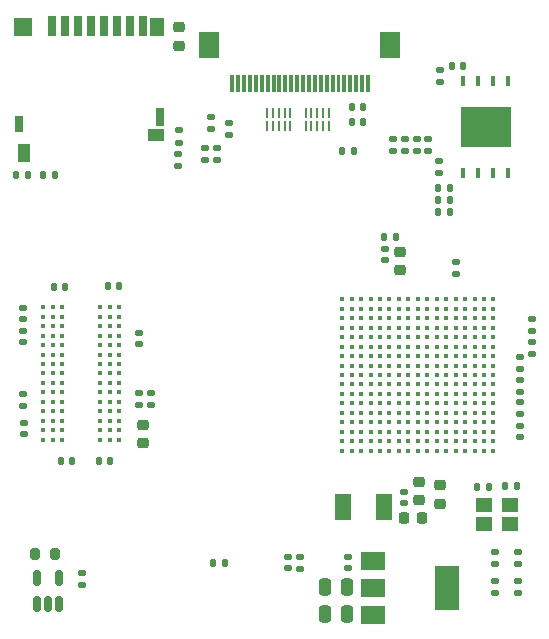
<source format=gbr>
%TF.GenerationSoftware,KiCad,Pcbnew,(7.0.0)*%
%TF.CreationDate,2023-03-20T12:13:36+05:30*%
%TF.ProjectId,IMRT1160_DB,494d5254-3131-4363-905f-44422e6b6963,rev?*%
%TF.SameCoordinates,Original*%
%TF.FileFunction,Paste,Top*%
%TF.FilePolarity,Positive*%
%FSLAX46Y46*%
G04 Gerber Fmt 4.6, Leading zero omitted, Abs format (unit mm)*
G04 Created by KiCad (PCBNEW (7.0.0)) date 2023-03-20 12:13:36*
%MOMM*%
%LPD*%
G01*
G04 APERTURE LIST*
G04 Aperture macros list*
%AMRoundRect*
0 Rectangle with rounded corners*
0 $1 Rounding radius*
0 $2 $3 $4 $5 $6 $7 $8 $9 X,Y pos of 4 corners*
0 Add a 4 corners polygon primitive as box body*
4,1,4,$2,$3,$4,$5,$6,$7,$8,$9,$2,$3,0*
0 Add four circle primitives for the rounded corners*
1,1,$1+$1,$2,$3*
1,1,$1+$1,$4,$5*
1,1,$1+$1,$6,$7*
1,1,$1+$1,$8,$9*
0 Add four rect primitives between the rounded corners*
20,1,$1+$1,$2,$3,$4,$5,0*
20,1,$1+$1,$4,$5,$6,$7,0*
20,1,$1+$1,$6,$7,$8,$9,0*
20,1,$1+$1,$8,$9,$2,$3,0*%
G04 Aperture macros list end*
%ADD10C,0.010000*%
%ADD11C,0.100000*%
%ADD12RoundRect,0.250000X0.250000X0.475000X-0.250000X0.475000X-0.250000X-0.475000X0.250000X-0.475000X0*%
%ADD13RoundRect,0.140000X0.140000X0.170000X-0.140000X0.170000X-0.140000X-0.170000X0.140000X-0.170000X0*%
%ADD14RoundRect,0.135000X0.185000X-0.135000X0.185000X0.135000X-0.185000X0.135000X-0.185000X-0.135000X0*%
%ADD15RoundRect,0.140000X-0.140000X-0.170000X0.140000X-0.170000X0.140000X0.170000X-0.140000X0.170000X0*%
%ADD16RoundRect,0.140000X0.170000X-0.140000X0.170000X0.140000X-0.170000X0.140000X-0.170000X-0.140000X0*%
%ADD17RoundRect,0.135000X0.135000X0.185000X-0.135000X0.185000X-0.135000X-0.185000X0.135000X-0.185000X0*%
%ADD18RoundRect,0.140000X-0.170000X0.140000X-0.170000X-0.140000X0.170000X-0.140000X0.170000X0.140000X0*%
%ADD19RoundRect,0.135000X-0.185000X0.135000X-0.185000X-0.135000X0.185000X-0.135000X0.185000X0.135000X0*%
%ADD20R,1.400000X1.200000*%
%ADD21C,0.406400*%
%ADD22RoundRect,0.135000X-0.135000X-0.185000X0.135000X-0.185000X0.135000X0.185000X-0.135000X0.185000X0*%
%ADD23RoundRect,0.225000X0.250000X-0.225000X0.250000X0.225000X-0.250000X0.225000X-0.250000X-0.225000X0*%
%ADD24RoundRect,0.150000X0.150000X-0.512500X0.150000X0.512500X-0.150000X0.512500X-0.150000X-0.512500X0*%
%ADD25R,0.250000X0.950000*%
%ADD26RoundRect,0.225000X0.225000X0.250000X-0.225000X0.250000X-0.225000X-0.250000X0.225000X-0.250000X0*%
%ADD27RoundRect,0.225000X-0.250000X0.225000X-0.250000X-0.225000X0.250000X-0.225000X0.250000X0.225000X0*%
%ADD28R,1.800000X2.200000*%
%ADD29R,0.700000X1.750000*%
%ADD30R,1.000000X1.550000*%
%ADD31R,1.450000X1.000000*%
%ADD32R,1.500000X1.500000*%
%ADD33R,1.300000X1.500000*%
%ADD34R,0.800000X1.400000*%
%ADD35R,0.800000X1.500000*%
%ADD36RoundRect,0.200000X-0.200000X-0.275000X0.200000X-0.275000X0.200000X0.275000X-0.200000X0.275000X0*%
%ADD37R,2.000000X1.500000*%
%ADD38R,2.000000X3.800000*%
%ADD39C,0.390000*%
%ADD40R,0.431800X0.863600*%
%ADD41R,4.343400X3.454400*%
%ADD42R,1.437399X2.311400*%
G04 APERTURE END LIST*
%TO.C,J1*%
G36*
X148475000Y-80475000D02*
G01*
X148225000Y-80475000D01*
X148225000Y-79175000D01*
X148475000Y-79175000D01*
X148475000Y-80475000D01*
G37*
D10*
X148475000Y-80475000D02*
X148225000Y-80475000D01*
X148225000Y-79175000D01*
X148475000Y-79175000D01*
X148475000Y-80475000D01*
G36*
X147975000Y-80475000D02*
G01*
X147725000Y-80475000D01*
X147725000Y-79175000D01*
X147975000Y-79175000D01*
X147975000Y-80475000D01*
G37*
X147975000Y-80475000D02*
X147725000Y-80475000D01*
X147725000Y-79175000D01*
X147975000Y-79175000D01*
X147975000Y-80475000D01*
G36*
X147475000Y-80475000D02*
G01*
X147225000Y-80475000D01*
X147225000Y-79175000D01*
X147475000Y-79175000D01*
X147475000Y-80475000D01*
G37*
X147475000Y-80475000D02*
X147225000Y-80475000D01*
X147225000Y-79175000D01*
X147475000Y-79175000D01*
X147475000Y-80475000D01*
G36*
X146975000Y-80475000D02*
G01*
X146725000Y-80475000D01*
X146725000Y-79175000D01*
X146975000Y-79175000D01*
X146975000Y-80475000D01*
G37*
X146975000Y-80475000D02*
X146725000Y-80475000D01*
X146725000Y-79175000D01*
X146975000Y-79175000D01*
X146975000Y-80475000D01*
G36*
X146475000Y-80475000D02*
G01*
X146225000Y-80475000D01*
X146225000Y-79175000D01*
X146475000Y-79175000D01*
X146475000Y-80475000D01*
G37*
X146475000Y-80475000D02*
X146225000Y-80475000D01*
X146225000Y-79175000D01*
X146475000Y-79175000D01*
X146475000Y-80475000D01*
G36*
X145975000Y-80475000D02*
G01*
X145725000Y-80475000D01*
X145725000Y-79175000D01*
X145975000Y-79175000D01*
X145975000Y-80475000D01*
G37*
X145975000Y-80475000D02*
X145725000Y-80475000D01*
X145725000Y-79175000D01*
X145975000Y-79175000D01*
X145975000Y-80475000D01*
G36*
X145475000Y-80475000D02*
G01*
X145225000Y-80475000D01*
X145225000Y-79175000D01*
X145475000Y-79175000D01*
X145475000Y-80475000D01*
G37*
X145475000Y-80475000D02*
X145225000Y-80475000D01*
X145225000Y-79175000D01*
X145475000Y-79175000D01*
X145475000Y-80475000D01*
G36*
X144975000Y-80475000D02*
G01*
X144725000Y-80475000D01*
X144725000Y-79175000D01*
X144975000Y-79175000D01*
X144975000Y-80475000D01*
G37*
X144975000Y-80475000D02*
X144725000Y-80475000D01*
X144725000Y-79175000D01*
X144975000Y-79175000D01*
X144975000Y-80475000D01*
G36*
X144475000Y-80475000D02*
G01*
X144225000Y-80475000D01*
X144225000Y-79175000D01*
X144475000Y-79175000D01*
X144475000Y-80475000D01*
G37*
X144475000Y-80475000D02*
X144225000Y-80475000D01*
X144225000Y-79175000D01*
X144475000Y-79175000D01*
X144475000Y-80475000D01*
G36*
X143975000Y-80475000D02*
G01*
X143725000Y-80475000D01*
X143725000Y-79175000D01*
X143975000Y-79175000D01*
X143975000Y-80475000D01*
G37*
X143975000Y-80475000D02*
X143725000Y-80475000D01*
X143725000Y-79175000D01*
X143975000Y-79175000D01*
X143975000Y-80475000D01*
G36*
X143475000Y-80475000D02*
G01*
X143225000Y-80475000D01*
X143225000Y-79175000D01*
X143475000Y-79175000D01*
X143475000Y-80475000D01*
G37*
X143475000Y-80475000D02*
X143225000Y-80475000D01*
X143225000Y-79175000D01*
X143475000Y-79175000D01*
X143475000Y-80475000D01*
G36*
X142975000Y-80475000D02*
G01*
X142725000Y-80475000D01*
X142725000Y-79175000D01*
X142975000Y-79175000D01*
X142975000Y-80475000D01*
G37*
X142975000Y-80475000D02*
X142725000Y-80475000D01*
X142725000Y-79175000D01*
X142975000Y-79175000D01*
X142975000Y-80475000D01*
G36*
X142475000Y-80475000D02*
G01*
X142225000Y-80475000D01*
X142225000Y-79175000D01*
X142475000Y-79175000D01*
X142475000Y-80475000D01*
G37*
X142475000Y-80475000D02*
X142225000Y-80475000D01*
X142225000Y-79175000D01*
X142475000Y-79175000D01*
X142475000Y-80475000D01*
G36*
X141975000Y-80475000D02*
G01*
X141725000Y-80475000D01*
X141725000Y-79175000D01*
X141975000Y-79175000D01*
X141975000Y-80475000D01*
G37*
X141975000Y-80475000D02*
X141725000Y-80475000D01*
X141725000Y-79175000D01*
X141975000Y-79175000D01*
X141975000Y-80475000D01*
G36*
X141475000Y-80475000D02*
G01*
X141225000Y-80475000D01*
X141225000Y-79175000D01*
X141475000Y-79175000D01*
X141475000Y-80475000D01*
G37*
X141475000Y-80475000D02*
X141225000Y-80475000D01*
X141225000Y-79175000D01*
X141475000Y-79175000D01*
X141475000Y-80475000D01*
G36*
X140975000Y-80475000D02*
G01*
X140725000Y-80475000D01*
X140725000Y-79175000D01*
X140975000Y-79175000D01*
X140975000Y-80475000D01*
G37*
X140975000Y-80475000D02*
X140725000Y-80475000D01*
X140725000Y-79175000D01*
X140975000Y-79175000D01*
X140975000Y-80475000D01*
G36*
X140475000Y-80475000D02*
G01*
X140225000Y-80475000D01*
X140225000Y-79175000D01*
X140475000Y-79175000D01*
X140475000Y-80475000D01*
G37*
X140475000Y-80475000D02*
X140225000Y-80475000D01*
X140225000Y-79175000D01*
X140475000Y-79175000D01*
X140475000Y-80475000D01*
G36*
X139975000Y-80475000D02*
G01*
X139725000Y-80475000D01*
X139725000Y-79175000D01*
X139975000Y-79175000D01*
X139975000Y-80475000D01*
G37*
X139975000Y-80475000D02*
X139725000Y-80475000D01*
X139725000Y-79175000D01*
X139975000Y-79175000D01*
X139975000Y-80475000D01*
G36*
X139475000Y-80475000D02*
G01*
X139225000Y-80475000D01*
X139225000Y-79175000D01*
X139475000Y-79175000D01*
X139475000Y-80475000D01*
G37*
X139475000Y-80475000D02*
X139225000Y-80475000D01*
X139225000Y-79175000D01*
X139475000Y-79175000D01*
X139475000Y-80475000D01*
G36*
X138975000Y-80475000D02*
G01*
X138725000Y-80475000D01*
X138725000Y-79175000D01*
X138975000Y-79175000D01*
X138975000Y-80475000D01*
G37*
X138975000Y-80475000D02*
X138725000Y-80475000D01*
X138725000Y-79175000D01*
X138975000Y-79175000D01*
X138975000Y-80475000D01*
G36*
X138475000Y-80475000D02*
G01*
X138225000Y-80475000D01*
X138225000Y-79175000D01*
X138475000Y-79175000D01*
X138475000Y-80475000D01*
G37*
X138475000Y-80475000D02*
X138225000Y-80475000D01*
X138225000Y-79175000D01*
X138475000Y-79175000D01*
X138475000Y-80475000D01*
G36*
X137975000Y-80475000D02*
G01*
X137725000Y-80475000D01*
X137725000Y-79175000D01*
X137975000Y-79175000D01*
X137975000Y-80475000D01*
G37*
X137975000Y-80475000D02*
X137725000Y-80475000D01*
X137725000Y-79175000D01*
X137975000Y-79175000D01*
X137975000Y-80475000D01*
G36*
X137475000Y-80475000D02*
G01*
X137225000Y-80475000D01*
X137225000Y-79175000D01*
X137475000Y-79175000D01*
X137475000Y-80475000D01*
G37*
X137475000Y-80475000D02*
X137225000Y-80475000D01*
X137225000Y-79175000D01*
X137475000Y-79175000D01*
X137475000Y-80475000D01*
G36*
X136975000Y-80475000D02*
G01*
X136725000Y-80475000D01*
X136725000Y-79175000D01*
X136975000Y-79175000D01*
X136975000Y-80475000D01*
G37*
X136975000Y-80475000D02*
X136725000Y-80475000D01*
X136725000Y-79175000D01*
X136975000Y-79175000D01*
X136975000Y-80475000D01*
%TO.C,U2*%
G36*
X157526100Y-85177200D02*
G01*
X156278300Y-85177200D01*
X156278300Y-83650000D01*
X157526100Y-83650000D01*
X157526100Y-85177200D01*
G37*
D11*
X157526100Y-85177200D02*
X156278300Y-85177200D01*
X156278300Y-83650000D01*
X157526100Y-83650000D01*
X157526100Y-85177200D01*
G36*
X158973900Y-85177200D02*
G01*
X157726100Y-85177200D01*
X157726100Y-83650000D01*
X158973900Y-83650000D01*
X158973900Y-85177200D01*
G37*
X158973900Y-85177200D02*
X157726100Y-85177200D01*
X157726100Y-83650000D01*
X158973900Y-83650000D01*
X158973900Y-85177200D01*
G36*
X160421700Y-85177200D02*
G01*
X159173900Y-85177200D01*
X159173900Y-83650000D01*
X160421700Y-83650000D01*
X160421700Y-85177200D01*
G37*
X160421700Y-85177200D02*
X159173900Y-85177200D01*
X159173900Y-83650000D01*
X160421700Y-83650000D01*
X160421700Y-85177200D01*
G36*
X157526100Y-83450000D02*
G01*
X156278300Y-83450000D01*
X156278300Y-81922800D01*
X157526100Y-81922800D01*
X157526100Y-83450000D01*
G37*
X157526100Y-83450000D02*
X156278300Y-83450000D01*
X156278300Y-81922800D01*
X157526100Y-81922800D01*
X157526100Y-83450000D01*
G36*
X158973900Y-83450000D02*
G01*
X157726100Y-83450000D01*
X157726100Y-81922800D01*
X158973900Y-81922800D01*
X158973900Y-83450000D01*
G37*
X158973900Y-83450000D02*
X157726100Y-83450000D01*
X157726100Y-81922800D01*
X158973900Y-81922800D01*
X158973900Y-83450000D01*
G36*
X160421700Y-83450000D02*
G01*
X159173900Y-83450000D01*
X159173900Y-81922800D01*
X160421700Y-81922800D01*
X160421700Y-83450000D01*
G37*
X160421700Y-83450000D02*
X159173900Y-83450000D01*
X159173900Y-81922800D01*
X160421700Y-81922800D01*
X160421700Y-83450000D01*
%TD*%
D12*
%TO.C,C71*%
X146612500Y-122502500D03*
X144712500Y-122502500D03*
%TD*%
D13*
%TO.C,C63*%
X126565000Y-111820000D03*
X125605000Y-111820000D03*
%TD*%
D14*
%TO.C,R25*%
X124200000Y-122335000D03*
X124200000Y-121315000D03*
%TD*%
D12*
%TO.C,C70*%
X146612500Y-124762500D03*
X144712500Y-124762500D03*
%TD*%
D13*
%TO.C,C52*%
X119580000Y-87575000D03*
X118620000Y-87575000D03*
%TD*%
D15*
%TO.C,C11*%
X149770000Y-92900000D03*
X150730000Y-92900000D03*
%TD*%
D14*
%TO.C,R9*%
X159175000Y-120560000D03*
X159175000Y-119540000D03*
%TD*%
D16*
%TO.C,C67*%
X129035000Y-101950000D03*
X129035000Y-100990000D03*
%TD*%
D14*
%TO.C,R10*%
X159175000Y-123010000D03*
X159175000Y-121990000D03*
%TD*%
D17*
%TO.C,R15*%
X155350000Y-88700000D03*
X154330000Y-88700000D03*
%TD*%
D18*
%TO.C,C51*%
X151425000Y-114445000D03*
X151425000Y-115405000D03*
%TD*%
%TO.C,C46*%
X161300000Y-106870000D03*
X161300000Y-107830000D03*
%TD*%
D19*
%TO.C,R19*%
X150500000Y-84580000D03*
X150500000Y-85600000D03*
%TD*%
D17*
%TO.C,R17*%
X155360000Y-90750000D03*
X154340000Y-90750000D03*
%TD*%
D20*
%TO.C,Y1*%
X160424999Y-115574999D03*
X158224999Y-115574999D03*
X158224999Y-117174999D03*
X160424999Y-117174999D03*
%TD*%
D19*
%TO.C,R18*%
X162300000Y-101740000D03*
X162300000Y-102760000D03*
%TD*%
D16*
%TO.C,C59*%
X129035000Y-107070000D03*
X129035000Y-106110000D03*
%TD*%
D21*
%TO.C,U3*%
X127310000Y-110019999D03*
X126510000Y-110019999D03*
X125710000Y-110019999D03*
X122510000Y-110019999D03*
X121710000Y-110019999D03*
X120910000Y-110019999D03*
X127310000Y-109219999D03*
X126510000Y-109219999D03*
X125710000Y-109219999D03*
X122510000Y-109219999D03*
X121710000Y-109219999D03*
X120910000Y-109219999D03*
X127310000Y-108420000D03*
X126510000Y-108420000D03*
X125710000Y-108420000D03*
X122510000Y-108420000D03*
X121710000Y-108420000D03*
X120910000Y-108420000D03*
X127310000Y-107620000D03*
X126510000Y-107620000D03*
X125710000Y-107620000D03*
X122510000Y-107620000D03*
X121710000Y-107620000D03*
X120910000Y-107620000D03*
X127310000Y-106820000D03*
X126510000Y-106820000D03*
X125710000Y-106820000D03*
X122510000Y-106820000D03*
X121710000Y-106820000D03*
X120910000Y-106820000D03*
X127310000Y-106020000D03*
X126510000Y-106020000D03*
X125710000Y-106020000D03*
X122510000Y-106020000D03*
X121710000Y-106020000D03*
X120910000Y-106020000D03*
X127310000Y-105220000D03*
X126510000Y-105220000D03*
X125710000Y-105220000D03*
X122510000Y-105220000D03*
X121710000Y-105220000D03*
X120910000Y-105220000D03*
X127310000Y-104420000D03*
X126510000Y-104420000D03*
X125710000Y-104420000D03*
X122510000Y-104420000D03*
X121710000Y-104420000D03*
X120910000Y-104420000D03*
X127310000Y-103620000D03*
X126510000Y-103620000D03*
X125710000Y-103620000D03*
X122510000Y-103620000D03*
X121710000Y-103620000D03*
X120910000Y-103620000D03*
X127310000Y-102820000D03*
X126510000Y-102820000D03*
X125710000Y-102820000D03*
X122510000Y-102820000D03*
X121710000Y-102820000D03*
X120910000Y-102820000D03*
X127310000Y-102020000D03*
X126510000Y-102020000D03*
X125710000Y-102020000D03*
X122510000Y-102020000D03*
X121710000Y-102020000D03*
X120910000Y-102020000D03*
X127310000Y-101220000D03*
X126510000Y-101220000D03*
X125710000Y-101220000D03*
X122510000Y-101220000D03*
X121710000Y-101220000D03*
X120910000Y-101220000D03*
X127310000Y-100420000D03*
X126510000Y-100420000D03*
X125710000Y-100420000D03*
X122510000Y-100420000D03*
X121710000Y-100420000D03*
X120910000Y-100420000D03*
X127310000Y-99620001D03*
X126510000Y-99620001D03*
X125710000Y-99620001D03*
X122510000Y-99620001D03*
X121710000Y-99620001D03*
X120910000Y-99620001D03*
X127310000Y-98820001D03*
X126510000Y-98820001D03*
X125710000Y-98820001D03*
X122510000Y-98820001D03*
X121710000Y-98820001D03*
X120910000Y-98820001D03*
%TD*%
D13*
%TO.C,C73*%
X147975000Y-83125000D03*
X147015000Y-83125000D03*
%TD*%
%TO.C,C65*%
X127340000Y-97045000D03*
X126380000Y-97045000D03*
%TD*%
%TO.C,C64*%
X122765000Y-97070000D03*
X121805000Y-97070000D03*
%TD*%
D17*
%TO.C,R27*%
X147185000Y-85575000D03*
X146165000Y-85575000D03*
%TD*%
D18*
%TO.C,C60*%
X119210000Y-100790000D03*
X119210000Y-101750000D03*
%TD*%
D14*
%TO.C,R4*%
X134582000Y-86310000D03*
X134582000Y-85290000D03*
%TD*%
D22*
%TO.C,R26*%
X135265000Y-120450000D03*
X136285000Y-120450000D03*
%TD*%
D13*
%TO.C,C39*%
X158605000Y-114000000D03*
X157645000Y-114000000D03*
%TD*%
D23*
%TO.C,C1*%
X151075000Y-95700000D03*
X151075000Y-94150000D03*
%TD*%
D19*
%TO.C,FB1*%
X161300000Y-104940000D03*
X161300000Y-105960000D03*
%TD*%
D24*
%TO.C,U5*%
X120350000Y-123975000D03*
X121300000Y-123975000D03*
X122250000Y-123975000D03*
X122250000Y-121700000D03*
X120350000Y-121700000D03*
%TD*%
D14*
%TO.C,R7*%
X132340000Y-86850000D03*
X132340000Y-85830000D03*
%TD*%
D19*
%TO.C,R1*%
X142650000Y-119965000D03*
X142650000Y-120985000D03*
%TD*%
D13*
%TO.C,C38*%
X160980000Y-113975000D03*
X160020000Y-113975000D03*
%TD*%
D19*
%TO.C,FB2*%
X161300000Y-102990000D03*
X161300000Y-104010000D03*
%TD*%
D14*
%TO.C,R11*%
X161100000Y-120560000D03*
X161100000Y-119540000D03*
%TD*%
D19*
%TO.C,R22*%
X155850000Y-94990000D03*
X155850000Y-96010000D03*
%TD*%
D25*
%TO.C,IC2*%
X143099999Y-83449999D03*
X143599999Y-83449999D03*
X144099999Y-83449999D03*
X144599999Y-83449999D03*
X145099999Y-83449999D03*
X145099999Y-82349999D03*
X144599999Y-82349999D03*
X144099999Y-82349999D03*
X143599999Y-82349999D03*
X143099999Y-82349999D03*
%TD*%
D16*
%TO.C,C68*%
X130035000Y-107070000D03*
X130035000Y-106110000D03*
%TD*%
D26*
%TO.C,C47*%
X152975000Y-116650000D03*
X151425000Y-116650000D03*
%TD*%
D16*
%TO.C,C55*%
X154450000Y-79705000D03*
X154450000Y-78745000D03*
%TD*%
D23*
%TO.C,C56*%
X132350000Y-76675000D03*
X132350000Y-75125000D03*
%TD*%
D19*
%TO.C,R21*%
X152500000Y-84590000D03*
X152500000Y-85610000D03*
%TD*%
D27*
%TO.C,C50*%
X154525000Y-113900000D03*
X154525000Y-115450000D03*
%TD*%
D28*
%TO.C,J1*%
X134949999Y-76574999D03*
X150249999Y-76574999D03*
%TD*%
D13*
%TO.C,C74*%
X147975000Y-81850000D03*
X147015000Y-81850000D03*
%TD*%
D16*
%TO.C,C66*%
X119210000Y-99850000D03*
X119210000Y-98890000D03*
%TD*%
D19*
%TO.C,R3*%
X154375000Y-86415000D03*
X154375000Y-87435000D03*
%TD*%
D29*
%TO.C,J2*%
X121649999Y-74962499D03*
X122749999Y-74962499D03*
X123849999Y-74962499D03*
X124949999Y-74962499D03*
X126049999Y-74962499D03*
X127149999Y-74962499D03*
X128249999Y-74962499D03*
X129349999Y-74962499D03*
D30*
X119274999Y-85762499D03*
D31*
X130474999Y-84187499D03*
D32*
X119199999Y-75087499D03*
D33*
X130549999Y-75087499D03*
D34*
X118874999Y-83337499D03*
D35*
X130799999Y-82687499D03*
%TD*%
D18*
%TO.C,C7*%
X141600000Y-119970000D03*
X141600000Y-120930000D03*
%TD*%
D19*
%TO.C,R6*%
X132350000Y-83845000D03*
X132350000Y-84865000D03*
%TD*%
D36*
%TO.C,R28*%
X120200000Y-119675000D03*
X121850000Y-119675000D03*
%TD*%
D27*
%TO.C,C49*%
X152725000Y-113600000D03*
X152725000Y-115150000D03*
%TD*%
D18*
%TO.C,C61*%
X119210000Y-106190000D03*
X119210000Y-107150000D03*
%TD*%
D37*
%TO.C,U4*%
X148772499Y-120262499D03*
X148772499Y-122562499D03*
D38*
X155072499Y-122562499D03*
D37*
X148772499Y-124862499D03*
%TD*%
D14*
%TO.C,R8*%
X135125000Y-83760000D03*
X135125000Y-82740000D03*
%TD*%
D23*
%TO.C,C58*%
X129310000Y-110295000D03*
X129310000Y-108745000D03*
%TD*%
D39*
%TO.C,U1*%
X146210000Y-98145000D03*
X147010000Y-98145000D03*
X147810000Y-98145000D03*
X148610000Y-98145000D03*
X149410000Y-98145000D03*
X150210000Y-98145000D03*
X151010000Y-98145000D03*
X151810000Y-98145000D03*
X152610000Y-98145000D03*
X153410000Y-98145000D03*
X154210000Y-98145000D03*
X155010000Y-98145000D03*
X155810000Y-98145000D03*
X156610000Y-98145000D03*
X157410000Y-98145000D03*
X158210000Y-98145000D03*
X159010000Y-98145000D03*
X146210000Y-98945000D03*
X147010000Y-98945000D03*
X147810000Y-98945000D03*
X148610000Y-98945000D03*
X149410000Y-98945000D03*
X150210000Y-98945000D03*
X151010000Y-98945000D03*
X151810000Y-98945000D03*
X152610000Y-98945000D03*
X153410000Y-98945000D03*
X154210000Y-98945000D03*
X155010000Y-98945000D03*
X155810000Y-98945000D03*
X156610000Y-98945000D03*
X157410000Y-98945000D03*
X158210000Y-98945000D03*
X159010000Y-98945000D03*
X146210000Y-99745000D03*
X147010000Y-99745000D03*
X147810000Y-99745000D03*
X148610000Y-99745000D03*
X149410000Y-99745000D03*
X150210000Y-99745000D03*
X151010000Y-99745000D03*
X151810000Y-99745000D03*
X152610000Y-99745000D03*
X153410000Y-99745000D03*
X154210000Y-99745000D03*
X155010000Y-99745000D03*
X155810000Y-99745000D03*
X156610000Y-99745000D03*
X157410000Y-99745000D03*
X158210000Y-99745000D03*
X159010000Y-99745000D03*
X146210000Y-100545000D03*
X147010000Y-100545000D03*
X147810000Y-100545000D03*
X148610000Y-100545000D03*
X149410000Y-100545000D03*
X150210000Y-100545000D03*
X151010000Y-100545000D03*
X151810000Y-100545000D03*
X152610000Y-100545000D03*
X153410000Y-100545000D03*
X154210000Y-100545000D03*
X155010000Y-100545000D03*
X155810000Y-100545000D03*
X156610000Y-100545000D03*
X157410000Y-100545000D03*
X158210000Y-100545000D03*
X159010000Y-100545000D03*
X146210000Y-101345000D03*
X147010000Y-101345000D03*
X147810000Y-101345000D03*
X148610000Y-101345000D03*
X149410000Y-101345000D03*
X150210000Y-101345000D03*
X151010000Y-101345000D03*
X151810000Y-101345000D03*
X152610000Y-101345000D03*
X153410000Y-101345000D03*
X154210000Y-101345000D03*
X155010000Y-101345000D03*
X155810000Y-101345000D03*
X156610000Y-101345000D03*
X157410000Y-101345000D03*
X158210000Y-101345000D03*
X159010000Y-101345000D03*
X146210000Y-102145000D03*
X147010000Y-102145000D03*
X147810000Y-102145000D03*
X148610000Y-102145000D03*
X149410000Y-102145000D03*
X150210000Y-102145000D03*
X151010000Y-102145000D03*
X151810000Y-102145000D03*
X152610000Y-102145000D03*
X153410000Y-102145000D03*
X154210000Y-102145000D03*
X155010000Y-102145000D03*
X155810000Y-102145000D03*
X156610000Y-102145000D03*
X157410000Y-102145000D03*
X158210000Y-102145000D03*
X159010000Y-102145000D03*
X146210000Y-102945000D03*
X147010000Y-102945000D03*
X147810000Y-102945000D03*
X148610000Y-102945000D03*
X149410000Y-102945000D03*
X150210000Y-102945000D03*
X151010000Y-102945000D03*
X151810000Y-102945000D03*
X152610000Y-102945000D03*
X153410000Y-102945000D03*
X154210000Y-102945000D03*
X155010000Y-102945000D03*
X155810000Y-102945000D03*
X156610000Y-102945000D03*
X157410000Y-102945000D03*
X158210000Y-102945000D03*
X159010000Y-102945000D03*
X146210000Y-103745000D03*
X147010000Y-103745000D03*
X147810000Y-103745000D03*
X148610000Y-103745000D03*
X149410000Y-103745000D03*
X150210000Y-103745000D03*
X151010000Y-103745000D03*
X151810000Y-103745000D03*
X152610000Y-103745000D03*
X153410000Y-103745000D03*
X154210000Y-103745000D03*
X155010000Y-103745000D03*
X155810000Y-103745000D03*
X156610000Y-103745000D03*
X157410000Y-103745000D03*
X158210000Y-103745000D03*
X159010000Y-103745000D03*
X146210000Y-104545000D03*
X147010000Y-104545000D03*
X147810000Y-104545000D03*
X148610000Y-104545000D03*
X149410000Y-104545000D03*
X150210000Y-104545000D03*
X151010000Y-104545000D03*
X151810000Y-104545000D03*
X152610000Y-104545000D03*
X153410000Y-104545000D03*
X154210000Y-104545000D03*
X155010000Y-104545000D03*
X155810000Y-104545000D03*
X156610000Y-104545000D03*
X157410000Y-104545000D03*
X158210000Y-104545000D03*
X159010000Y-104545000D03*
X146210000Y-105345000D03*
X147010000Y-105345000D03*
X147810000Y-105345000D03*
X148610000Y-105345000D03*
X149410000Y-105345000D03*
X150210000Y-105345000D03*
X151010000Y-105345000D03*
X151810000Y-105345000D03*
X152610000Y-105345000D03*
X153410000Y-105345000D03*
X154210000Y-105345000D03*
X155010000Y-105345000D03*
X155810000Y-105345000D03*
X156610000Y-105345000D03*
X157410000Y-105345000D03*
X158210000Y-105345000D03*
X159010000Y-105345000D03*
X146210000Y-106145000D03*
X147010000Y-106145000D03*
X147810000Y-106145000D03*
X148610000Y-106145000D03*
X149410000Y-106145000D03*
X150210000Y-106145000D03*
X151010000Y-106145000D03*
X151810000Y-106145000D03*
X152610000Y-106145000D03*
X153410000Y-106145000D03*
X154210000Y-106145000D03*
X155010000Y-106145000D03*
X155810000Y-106145000D03*
X156610000Y-106145000D03*
X157410000Y-106145000D03*
X158210000Y-106145000D03*
X159010000Y-106145000D03*
X146210000Y-106945000D03*
X147010000Y-106945000D03*
X147810000Y-106945000D03*
X148610000Y-106945000D03*
X149410000Y-106945000D03*
X150210000Y-106945000D03*
X151010000Y-106945000D03*
X151810000Y-106945000D03*
X152610000Y-106945000D03*
X153410000Y-106945000D03*
X154210000Y-106945000D03*
X155010000Y-106945000D03*
X155810000Y-106945000D03*
X156610000Y-106945000D03*
X157410000Y-106945000D03*
X158210000Y-106945000D03*
X159010000Y-106945000D03*
X146210000Y-107745000D03*
X147010000Y-107745000D03*
X147810000Y-107745000D03*
X148610000Y-107745000D03*
X149410000Y-107745000D03*
X150210000Y-107745000D03*
X151010000Y-107745000D03*
X151810000Y-107745000D03*
X152610000Y-107745000D03*
X153410000Y-107745000D03*
X154210000Y-107745000D03*
X155010000Y-107745000D03*
X155810000Y-107745000D03*
X156610000Y-107745000D03*
X157410000Y-107745000D03*
X158210000Y-107745000D03*
X159010000Y-107745000D03*
X146210000Y-108545000D03*
X147010000Y-108545000D03*
X147810000Y-108545000D03*
X148610000Y-108545000D03*
X149410000Y-108545000D03*
X150210000Y-108545000D03*
X151010000Y-108545000D03*
X151810000Y-108545000D03*
X152610000Y-108545000D03*
X153410000Y-108545000D03*
X154210000Y-108545000D03*
X155010000Y-108545000D03*
X155810000Y-108545000D03*
X156610000Y-108545000D03*
X157410000Y-108545000D03*
X158210000Y-108545000D03*
X159010000Y-108545000D03*
X146210000Y-109345000D03*
X147010000Y-109345000D03*
X147810000Y-109345000D03*
X148610000Y-109345000D03*
X149410000Y-109345000D03*
X150210000Y-109345000D03*
X151010000Y-109345000D03*
X151810000Y-109345000D03*
X152610000Y-109345000D03*
X153410000Y-109345000D03*
X154210000Y-109345000D03*
X155010000Y-109345000D03*
X155810000Y-109345000D03*
X156610000Y-109345000D03*
X157410000Y-109345000D03*
X158210000Y-109345000D03*
X159010000Y-109345000D03*
X146210000Y-110145000D03*
X147010000Y-110145000D03*
X147810000Y-110145000D03*
X148610000Y-110145000D03*
X149410000Y-110145000D03*
X150210000Y-110145000D03*
X151010000Y-110145000D03*
X151810000Y-110145000D03*
X152610000Y-110145000D03*
X153410000Y-110145000D03*
X154210000Y-110145000D03*
X155010000Y-110145000D03*
X155810000Y-110145000D03*
X156610000Y-110145000D03*
X157410000Y-110145000D03*
X158210000Y-110145000D03*
X159010000Y-110145000D03*
X146210000Y-110945000D03*
X147010000Y-110945000D03*
X147810000Y-110945000D03*
X148610000Y-110945000D03*
X149410000Y-110945000D03*
X150210000Y-110945000D03*
X151010000Y-110945000D03*
X151810000Y-110945000D03*
X152610000Y-110945000D03*
X153410000Y-110945000D03*
X154210000Y-110945000D03*
X155010000Y-110945000D03*
X155810000Y-110945000D03*
X156610000Y-110945000D03*
X157410000Y-110945000D03*
X158210000Y-110945000D03*
X159010000Y-110945000D03*
%TD*%
D18*
%TO.C,C62*%
X119260000Y-108590000D03*
X119260000Y-109550000D03*
%TD*%
D14*
%TO.C,R5*%
X136650000Y-84260000D03*
X136650000Y-83240000D03*
%TD*%
D16*
%TO.C,C21*%
X161300000Y-109800000D03*
X161300000Y-108840000D03*
%TD*%
D14*
%TO.C,R23*%
X162275000Y-100810000D03*
X162275000Y-99790000D03*
%TD*%
D40*
%TO.C,U2*%
X156444999Y-87474299D03*
X157714999Y-87474299D03*
X158984999Y-87474299D03*
X160254999Y-87474299D03*
X160254999Y-79625699D03*
X158984999Y-79625699D03*
X157714999Y-79625699D03*
X156444999Y-79625699D03*
D41*
X158349999Y-83549999D03*
%TD*%
D15*
%TO.C,C54*%
X120895000Y-87575000D03*
X121855000Y-87575000D03*
%TD*%
D17*
%TO.C,R14*%
X155350000Y-89700000D03*
X154330000Y-89700000D03*
%TD*%
D19*
%TO.C,R20*%
X153505750Y-84585750D03*
X153505750Y-85605750D03*
%TD*%
D13*
%TO.C,C57*%
X123365000Y-111820000D03*
X122405000Y-111820000D03*
%TD*%
D25*
%TO.C,IC1*%
X139824999Y-83449999D03*
X140324999Y-83449999D03*
X140824999Y-83449999D03*
X141324999Y-83449999D03*
X141824999Y-83449999D03*
X141824999Y-82349999D03*
X141324999Y-82349999D03*
X140824999Y-82349999D03*
X140324999Y-82349999D03*
X139824999Y-82349999D03*
%TD*%
D42*
%TO.C,L1*%
X149721998Y-115699999D03*
X146278000Y-115699999D03*
%TD*%
D18*
%TO.C,C10*%
X149800000Y-93870000D03*
X149800000Y-94830000D03*
%TD*%
D16*
%TO.C,C72*%
X146675000Y-120930000D03*
X146675000Y-119970000D03*
%TD*%
D14*
%TO.C,R12*%
X161100000Y-123010000D03*
X161100000Y-121990000D03*
%TD*%
D19*
%TO.C,R24*%
X151500000Y-84580000D03*
X151500000Y-85600000D03*
%TD*%
D13*
%TO.C,C53*%
X156435000Y-78375000D03*
X155475000Y-78375000D03*
%TD*%
D14*
%TO.C,R2*%
X135625000Y-86310000D03*
X135625000Y-85290000D03*
%TD*%
M02*

</source>
